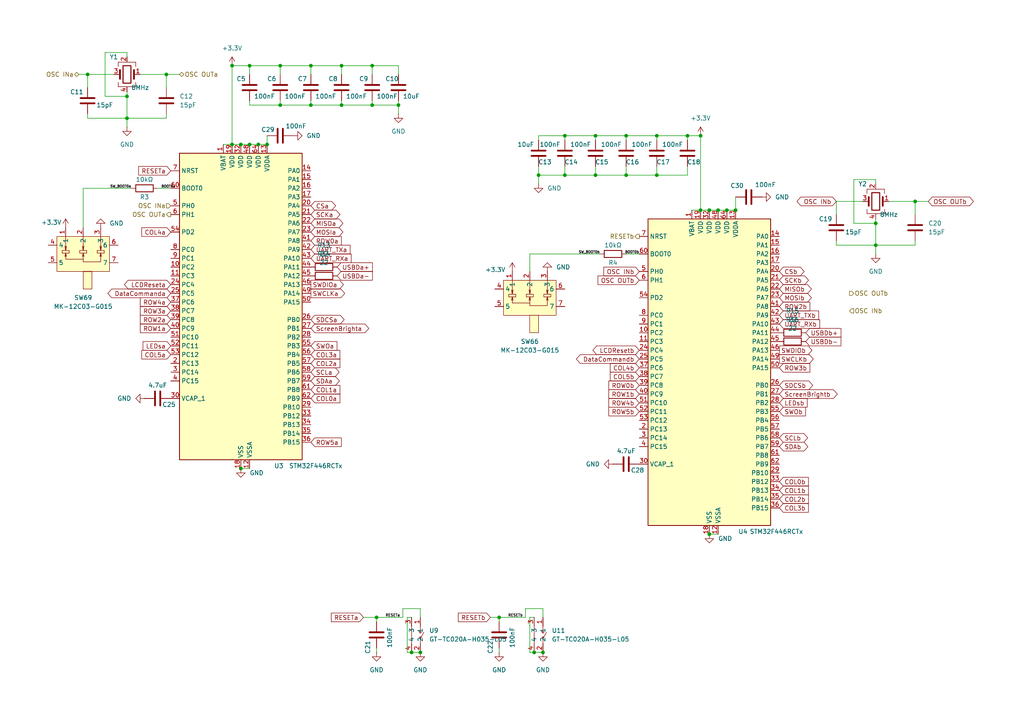
<source format=kicad_sch>
(kicad_sch (version 20250114) (generator "eeschema") (generator_version "9.0")
  (paper "A4")
  (title_block (title "STM32F10s"))
  (lib_symbols
    (symbol "Device:C" (pin_numbers (hide yes)) (pin_names (offset 0.254))
      (property "Reference" "C" (at 0.635 2.54 0))
      (property "Value" "C" (at 0.635 -2.54 0))
      (symbol "C_0_1"
        (polyline (pts (xy -2.032 0.762) (xy 2.032 0.762)) (stroke (width 0.508)))
        (polyline (pts (xy -2.032 -0.762) (xy 2.032 -0.762)) (stroke (width 0.508)))
      )
      (symbol "C_1_1"
        (pin passive line (at 0 3.81 270) (length 2.794) (name "~") (number "1"))
        (pin passive line (at 0 -3.81 90) (length 2.794) (name "~") (number "2"))
      )
    )
    (symbol "Device:Crystal_GND24" (pin_names (offset 1.016) (hide yes))
      (property "Reference" "Y" (at 3.175 5.08 0))
      (property "Value" "Crystal_GND24" (at 3.175 3.175 0))
      (symbol "Crystal_GND24_0_1"
        (polyline (pts (xy -2.54 2.286) (xy -2.54 3.556) (xy 2.54 3.556) (xy 2.54 2.286)))
        (polyline (pts (xy -2.54 0) (xy -2.032 0)))
        (polyline (pts (xy -2.54 -2.286) (xy -2.54 -3.556) (xy 2.54 -3.556) (xy 2.54 -2.286)))
        (polyline (pts (xy -2.032 -1.27) (xy -2.032 1.27)) (stroke (width 0.508)))
        (rectangle (start -1.143 2.54) (end 1.143 -2.54) (stroke (width 0.3048)))
        (polyline (pts (xy 0 3.556) (xy 0 3.81)))
        (polyline (pts (xy 0 -3.81) (xy 0 -3.556)))
        (polyline (pts (xy 2.032 0) (xy 2.54 0)))
        (polyline (pts (xy 2.032 -1.27) (xy 2.032 1.27)) (stroke (width 0.508)))
      )
      (symbol "Crystal_GND24_1_1"
        (pin passive line (at -3.81 0 0) (length 1.27) (name "1") (number "1"))
        (pin passive line (at 0 5.08 270) (length 1.27) (name "2") (number "2"))
        (pin passive line (at 0 -5.08 90) (length 1.27) (name "4") (number "4"))
        (pin passive line (at 3.81 0 180) (length 1.27) (name "3") (number "3"))
      )
    )
    (symbol "Device:R" (pin_numbers (hide yes)) (pin_names (offset 0))
      (property "Reference" "R" (at 2.032 0 90))
      (property "Value" "R" (at 0 0 90))
      (symbol "R_0_1"
        (rectangle (start -1.016 -2.54) (end 1.016 2.54) (stroke (width 0.254)))
      )
      (symbol "R_1_1"
        (pin passive line (at 0 3.81 270) (length 1.27) (name "~") (number "1"))
        (pin passive line (at 0 -3.81 90) (length 1.27) (name "~") (number "2"))
      )
    )
    (symbol "MCU_ST_STM32F4:STM32F446RCTx"
      (property "Reference" "U" (at -17.78 46.99 0))
      (property "Value" "STM32F446RCTx" (at 10.16 46.99 0))
      (symbol "STM32F446RCTx_0_1"
        (rectangle (start -17.78 -43.18) (end 17.78 45.72) (stroke (width 0.254)) (fill (type background)))
      )
      (symbol "STM32F446RCTx_1_1"
        (pin input line (at -20.32 40.64 0) (length 2.54) (name "NRST") (number "7"))
        (pin input line (at -20.32 35.56 0) (length 2.54) (name "BOOT0") (number "60"))
        (pin bidirectional line (at -20.32 30.48 0) (length 2.54) (name "PH0") (number "5"))
        (pin bidirectional line (at -20.32 27.94 0) (length 2.54) (name "PH1") (number "6"))
        (pin bidirectional line (at -20.32 22.86 0) (length 2.54) (name "PD2") (number "54"))
        (pin bidirectional line (at -20.32 17.78 0) (length 2.54) (name "PC0") (number "8"))
        (pin bidirectional line (at -20.32 15.24 0) (length 2.54) (name "PC1") (number "9"))
        (pin bidirectional line (at -20.32 12.7 0) (length 2.54) (name "PC2") (number "10"))
        (pin bidirectional line (at -20.32 10.16 0) (length 2.54) (name "PC3") (number "11"))
        (pin bidirectional line (at -20.32 7.62 0) (length 2.54) (name "PC4") (number "24"))
        (pin bidirectional line (at -20.32 5.08 0) (length 2.54) (name "PC5") (number "25"))
        (pin bidirectional line (at -20.32 2.54 0) (length 2.54) (name "PC6") (number "37"))
        (pin bidirectional line (at -20.32 0 0) (length 2.54) (name "PC7") (number "38"))
        (pin bidirectional line (at -20.32 -2.54 0) (length 2.54) (name "PC8") (number "39"))
        (pin bidirectional line (at -20.32 -5.08 0) (length 2.54) (name "PC9") (number "40"))
        (pin bidirectional line (at -20.32 -7.62 0) (length 2.54) (name "PC10") (number "51"))
        (pin bidirectional line (at -20.32 -10.16 0) (length 2.54) (name "PC11") (number "52"))
        (pin bidirectional line (at -20.32 -12.7 0) (length 2.54) (name "PC12") (number "53"))
        (pin bidirectional line (at -20.32 -15.24 0) (length 2.54) (name "PC13") (number "2"))
        (pin bidirectional line (at -20.32 -17.78 0) (length 2.54) (name "PC14") (number "3"))
        (pin bidirectional line (at -20.32 -20.32 0) (length 2.54) (name "PC15") (number "4"))
        (pin power_out line (at -20.32 -25.4 0) (length 2.54) (name "VCAP_1") (number "30"))
        (pin power_in line (at -5.08 48.26 270) (length 2.54) (name "VBAT") (number "1"))
        (pin power_in line (at -2.54 48.26 270) (length 2.54) (name "VDD") (number "19"))
        (pin power_in line (at 0 48.26 270) (length 2.54) (name "VDD") (number "32"))
        (pin power_in line (at 0 -45.72 90) (length 2.54) (name "VSS") (number "18"))
        (pin passive line (at 0 -45.72 90) (length 2.54) (hide yes) (name "VSS") (number "31"))
        (pin passive line (at 0 -45.72 90) (length 2.54) (hide yes) (name "VSS") (number "47"))
        (pin passive line (at 0 -45.72 90) (length 2.54) (hide yes) (name "VSS") (number "63"))
        (pin power_in line (at 2.54 48.26 270) (length 2.54) (name "VDD") (number "48"))
        (pin power_in line (at 2.54 -45.72 90) (length 2.54) (name "VSSA") (number "12"))
        (pin power_in line (at 5.08 48.26 270) (length 2.54) (name "VDD") (number "64"))
        (pin power_in line (at 7.62 48.26 270) (length 2.54) (name "VDDA") (number "13"))
        (pin bidirectional line (at 20.32 40.64 180) (length 2.54) (name "PA0") (number "14"))
        (pin bidirectional line (at 20.32 38.1 180) (length 2.54) (name "PA1") (number "15"))
        (pin bidirectional line (at 20.32 35.56 180) (length 2.54) (name "PA2") (number "16"))
        (pin bidirectional line (at 20.32 33.02 180) (length 2.54) (name "PA3") (number "17"))
        (pin bidirectional line (at 20.32 30.48 180) (length 2.54) (name "PA4") (number "20"))
        (pin bidirectional line (at 20.32 27.94 180) (length 2.54) (name "PA5") (number "21"))
        (pin bidirectional line (at 20.32 25.4 180) (length 2.54) (name "PA6") (number "22"))
        (pin bidirectional line (at 20.32 22.86 180) (length 2.54) (name "PA7") (number "23"))
        (pin bidirectional line (at 20.32 20.32 180) (length 2.54) (name "PA8") (number "41"))
        (pin bidirectional line (at 20.32 17.78 180) (length 2.54) (name "PA9") (number "42"))
        (pin bidirectional line (at 20.32 15.24 180) (length 2.54) (name "PA10") (number "43"))
        (pin bidirectional line (at 20.32 12.7 180) (length 2.54) (name "PA11") (number "44"))
        (pin bidirectional line (at 20.32 10.16 180) (length 2.54) (name "PA12") (number "45"))
        (pin bidirectional line (at 20.32 7.62 180) (length 2.54) (name "PA13") (number "46"))
        (pin bidirectional line (at 20.32 5.08 180) (length 2.54) (name "PA14") (number "49"))
        (pin bidirectional line (at 20.32 2.54 180) (length 2.54) (name "PA15") (number "50"))
        (pin bidirectional line (at 20.32 -2.54 180) (length 2.54) (name "PB0") (number "26"))
        (pin bidirectional line (at 20.32 -5.08 180) (length 2.54) (name "PB1") (number "27"))
        (pin bidirectional line (at 20.32 -7.62 180) (length 2.54) (name "PB2") (number "28"))
        (pin bidirectional line (at 20.32 -10.16 180) (length 2.54) (name "PB3") (number "55"))
        (pin bidirectional line (at 20.32 -12.7 180) (length 2.54) (name "PB4") (number "56"))
        (pin bidirectional line (at 20.32 -15.24 180) (length 2.54) (name "PB5") (number "57"))
        (pin bidirectional line (at 20.32 -17.78 180) (length 2.54) (name "PB6") (number "58"))
        (pin bidirectional line (at 20.32 -20.32 180) (length 2.54) (name "PB7") (number "59"))
        (pin bidirectional line (at 20.32 -22.86 180) (length 2.54) (name "PB8") (number "61"))
        (pin bidirectional line (at 20.32 -25.4 180) (length 2.54) (name "PB9") (number "62"))
        (pin bidirectional line (at 20.32 -27.94 180) (length 2.54) (name "PB10") (number "29"))
        (pin bidirectional line (at 20.32 -30.48 180) (length 2.54) (name "PB12") (number "33"))
        (pin bidirectional line (at 20.32 -33.02 180) (length 2.54) (name "PB13") (number "34"))
        (pin bidirectional line (at 20.32 -35.56 180) (length 2.54) (name "PB14") (number "35"))
        (pin bidirectional line (at 20.32 -38.1 180) (length 2.54) (name "PB15") (number "36"))
      )
    )
    (symbol "easyeda2kicad:GT-TC020A-H035-L05"
      (property "Reference" "U" (at 0 5.08 0))
      (property "Value" "GT-TC020A-H035-L05" (at 0 -7.62 0))
      (symbol "GT-TC020A-H035-L05_0_1"
        (polyline (pts (xy -2.54 0) (xy -1.52 0)))
        (polyline (pts (xy -1.52 0) (xy -0.76 0)))
        (circle (center -0.76 0) (radius 0.25))
        (circle (center 0.76 0) (radius 0.25))
        (polyline (pts (xy 1.02 0) (xy -0.76 1.02)))
        (polyline (pts (xy 2.54 0) (xy 0.76 0)))
        (polyline (pts (xy 2.54 -2.54) (xy -2.54 -2.54)))
        (pin unspecified line (at -5.08 0 0) (length 2.54) (name "1") (number "1"))
        (pin unspecified line (at -5.08 -2.54 0) (length 2.54) (name "3") (number "3"))
        (pin unspecified line (at 5.08 0 180) (length 2.54) (name "2") (number "2"))
        (pin unspecified line (at 5.08 -2.54 180) (length 2.54) (name "4") (number "4"))
      )
    )
    (symbol "easyeda2kicad:MK-12C03-G015"
      (property "Reference" "SW" (at 0 12.7 0))
      (property "Value" "MK-12C03-G015" (at 0 -7.62 0))
      (symbol "MK-12C03-G015_0_1"
        (rectangle (start -7.62 5.08) (end 7.62 -5.08) (fill (type background)))
        (rectangle (start -6.1 1.02) (end -4.06 0.25) (fill (type background)))
        (polyline (pts (xy -5.08 5.08) (xy -5.08 1.02) (xy -4.83 2.29)))
        (polyline (pts (xy -5.08 1.02) (xy -5.33 2.29)))
        (polyline (pts (xy -5.08 0.25) (xy -4.83 -0.76)))
        (rectangle (start -1.02 1.02) (end 1.02 0.25) (fill (type background)))
        (polyline (pts (xy 0 5.08) (xy 0 1.02) (xy 0.25 2.29)))
        (polyline (pts (xy 0 1.02) (xy -0.25 2.29)))
        (polyline (pts (xy 0 -1.52) (xy -5.08 -1.52) (xy -5.08 0) (xy -5.08 0.25) (xy -5.33 -0.76)))
        (rectangle (start 0 -5.08) (end 2.54 -10.16) (fill (type background)))
        (polyline (pts (xy 0.25 -0.76) (xy 0 0.25)))
        (rectangle (start 4.06 1.02) (end 6.1 0.25) (fill (type background)))
        (polyline (pts (xy 5.08 5.08) (xy 5.08 1.02) (xy 5.33 2.29)))
        (polyline (pts (xy 5.08 1.02) (xy 4.83 2.29)))
        (polyline (pts (xy 5.08 0.25) (xy 4.83 -0.76)))
        (polyline (pts (xy 5.08 0.25) (xy 5.33 -0.76)))
        (polyline (pts (xy 5.08 0.25) (xy 5.08 -2.29) (xy 0 -2.29) (xy 0 0.25) (xy -0.25 -0.76)))
        (pin unspecified line (at -10.16 2.54 0) (length 2.54) (name "4") (number "4"))
        (pin unspecified line (at -10.16 -2.54 0) (length 2.54) (name "5") (number "5"))
        (pin unspecified line (at -5.08 7.62 270) (length 2.54) (name "1") (number "1"))
        (pin unspecified line (at 0 7.62 270) (length 2.54) (name "2") (number "2"))
        (pin unspecified line (at 5.08 7.62 270) (length 2.54) (name "3") (number "3"))
        (pin unspecified line (at 10.16 2.54 180) (length 2.54) (name "6") (number "6"))
        (pin unspecified line (at 10.16 -2.54 180) (length 2.54) (name "7") (number "7"))
      )
    )
    (symbol "power:+3.3V" (power) (pin_numbers (hide yes)) (pin_names (offset 0) (hide yes))
      (property "Value" "+3.3V" (at 0 3.556 0))
      (symbol "+3.3V_0_1"
        (polyline (pts (xy -0.762 1.27) (xy 0 2.54)))
        (polyline (pts (xy 0 2.54) (xy 0.762 1.27)))
        (polyline (pts (xy 0 0) (xy 0 2.54)))
      )
      (symbol "+3.3V_1_1"
        (pin power_in line (at 0 0 90) (length 0) (name "~") (number "1"))
      )
    )
    (symbol "power:GND" (power) (pin_numbers (hide yes)) (pin_names (offset 0) (hide yes))
      (property "Value" "GND" (at 0 -3.81 0))
      (symbol "GND_0_1"
        (polyline (pts (xy 0 0) (xy 0 -1.27) (xy 1.27 -1.27) (xy 0 -2.54) (xy -1.27 -1.27) (xy 0 -1.27)))
      )
      (symbol "GND_1_1"
        (pin power_in line (at 0 0 270) (length 0) (name "~") (number "1"))
      )
    )
  )
  (junction (at 74.93 41.91))
  (junction (at 205.74 154.94))
  (junction (at 119.38 189.23))
  (junction (at 81.28 30.48))
  (junction (at 254 71.12))
  (junction (at 163.83 50.8))
  (junction (at 48.26 21.59))
  (junction (at 67.31 41.91))
  (junction (at 90.17 30.48))
  (junction (at 254 64.77))
  (junction (at 190.5 50.8))
  (junction (at 208.28 60.96))
  (junction (at 205.74 60.96))
  (junction (at 199.39 39.37))
  (junction (at 181.61 39.37))
  (junction (at 107.95 19.05))
  (junction (at 190.5 39.37))
  (junction (at 90.17 19.05))
  (junction (at 265.43 58.42))
  (junction (at 69.85 41.91))
  (junction (at 154.94 189.23))
  (junction (at 25.4 21.59))
  (junction (at 99.06 19.05))
  (junction (at 72.39 19.05))
  (junction (at 203.2 60.96))
  (junction (at 203.2 39.37))
  (junction (at 99.06 30.48))
  (junction (at 157.48 189.23))
  (junction (at 172.72 50.8))
  (junction (at 81.28 19.05))
  (junction (at 213.36 60.96))
  (junction (at 163.83 39.37))
  (junction (at 77.47 41.91))
  (junction (at 36.83 34.29))
  (junction (at 107.95 30.48))
  (junction (at 156.21 50.8))
  (junction (at 210.82 60.96))
  (junction (at 144.78 179.07))
  (junction (at 67.31 19.05))
  (junction (at 109.22 179.07))
  (junction (at 172.72 39.37))
  (junction (at 69.85 135.89))
  (junction (at 72.39 41.91))
  (junction (at 181.61 50.8))
  (junction (at 121.92 189.23))
  (junction (at 115.57 30.48))
  (junction (at 36.83 27.94))
  (wire (pts (xy 172.72 50.8) (xy 163.83 50.8)))
  (wire (pts (xy 49.53 54.61) (xy 45.72 54.61)))
  (wire (pts (xy 72.39 21.59) (xy 72.39 19.05)))
  (wire (pts (xy 156.21 50.8) (xy 156.21 53.34)))
  (wire (pts (xy 81.28 29.21) (xy 81.28 30.48)))
  (wire (pts (xy 208.28 60.96) (xy 210.82 60.96)))
  (wire (pts (xy 203.2 60.96) (xy 205.74 60.96)))
  (wire (pts (xy 265.43 58.42) (xy 269.24 58.42)))
  (wire (pts (xy 121.92 176.53) (xy 121.92 179.07)))
  (wire (pts (xy 77.47 39.37) (xy 77.47 41.91)))
  (wire (pts (xy 48.26 34.29) (xy 48.26 33.02)))
  (wire (pts (xy 181.61 39.37) (xy 172.72 39.37)))
  (wire (pts (xy 242.57 58.42) (xy 250.19 58.42)))
  (wire (pts (xy 99.06 29.21) (xy 99.06 30.48)))
  (wire (pts (xy 265.43 71.12) (xy 265.43 69.85)))
  (wire (pts (xy 199.39 48.26) (xy 199.39 50.8)))
  (wire (pts (xy 163.83 50.8) (xy 156.21 50.8)))
  (wire (pts (xy 115.57 29.21) (xy 115.57 30.48)))
  (wire (pts (xy 190.5 39.37) (xy 181.61 39.37)))
  (wire (pts (xy 116.84 176.53) (xy 121.92 176.53)))
  (wire (pts (xy 67.31 41.91) (xy 69.85 41.91)))
  (wire (pts (xy 72.39 29.21) (xy 72.39 30.48)))
  (wire (pts (xy 257.81 58.42) (xy 265.43 58.42)))
  (wire (pts (xy 247.65 52.07) (xy 247.65 64.77)))
  (wire (pts (xy 25.4 21.59) (xy 33.02 21.59)))
  (wire (pts (xy 205.74 60.96) (xy 208.28 60.96)))
  (wire (pts (xy 67.31 19.05) (xy 72.39 19.05)))
  (wire (pts (xy 118.11 179.07) (xy 118.11 189.23)))
  (wire (pts (xy 119.38 179.07) (xy 118.11 179.07)))
  (wire (pts (xy 242.57 71.12) (xy 254 71.12)))
  (wire (pts (xy 90.17 21.59) (xy 90.17 19.05)))
  (wire (pts (xy 36.83 34.29) (xy 48.26 34.29)))
  (wire (pts (xy 25.4 21.59) (xy 25.4 25.4)))
  (wire (pts (xy 24.13 54.61) (xy 38.1 54.61)))
  (wire (pts (xy 105.41 179.07) (xy 109.22 179.07)))
  (wire (pts (xy 81.28 19.05) (xy 90.17 19.05)))
  (wire (pts (xy 242.57 58.42) (xy 242.57 62.23)))
  (wire (pts (xy 190.5 50.8) (xy 181.61 50.8)))
  (wire (pts (xy 36.83 27.94) (xy 36.83 34.29)))
  (wire (pts (xy 90.17 29.21) (xy 90.17 30.48)))
  (wire (pts (xy 81.28 30.48) (xy 90.17 30.48)))
  (wire (pts (xy 172.72 40.64) (xy 172.72 39.37)))
  (wire (pts (xy 36.83 15.24) (xy 36.83 16.51)))
  (wire (pts (xy 116.84 179.07) (xy 116.84 176.53)))
  (wire (pts (xy 203.2 39.37) (xy 203.2 60.96)))
  (wire (pts (xy 30.48 15.24) (xy 30.48 27.94)))
  (wire (pts (xy 205.74 154.94) (xy 208.28 154.94)))
  (wire (pts (xy 36.83 36.83) (xy 36.83 34.29)))
  (wire (pts (xy 153.67 179.07) (xy 153.67 189.23)))
  (wire (pts (xy 90.17 30.48) (xy 99.06 30.48)))
  (wire (pts (xy 157.48 176.53) (xy 157.48 179.07)))
  (wire (pts (xy 40.64 21.59) (xy 48.26 21.59)))
  (wire (pts (xy 72.39 19.05) (xy 81.28 19.05)))
  (wire (pts (xy 242.57 71.12) (xy 242.57 69.85)))
  (wire (pts (xy 254 64.77) (xy 254 71.12)))
  (wire (pts (xy 30.48 15.24) (xy 36.83 15.24)))
  (wire (pts (xy 199.39 39.37) (xy 203.2 39.37)))
  (wire (pts (xy 163.83 39.37) (xy 156.21 39.37)))
  (wire (pts (xy 254 52.07) (xy 254 53.34)))
  (wire (pts (xy 254 71.12) (xy 265.43 71.12)))
  (wire (pts (xy 156.21 40.64) (xy 156.21 39.37)))
  (wire (pts (xy 200.66 60.96) (xy 203.2 60.96)))
  (wire (pts (xy 69.85 41.91) (xy 72.39 41.91)))
  (wire (pts (xy 163.83 50.8) (xy 163.83 48.26)))
  (wire (pts (xy 48.26 21.59) (xy 48.26 25.4)))
  (wire (pts (xy 115.57 33.02) (xy 115.57 30.48)))
  (wire (pts (xy 30.48 27.94) (xy 36.83 27.94)))
  (wire (pts (xy 24.13 54.61) (xy 24.13 66.04)))
  (wire (pts (xy 99.06 21.59) (xy 99.06 19.05)))
  (wire (pts (xy 190.5 40.64) (xy 190.5 39.37)))
  (wire (pts (xy 144.78 179.07) (xy 152.4 179.07)))
  (wire (pts (xy 153.67 189.23) (xy 154.94 189.23)))
  (wire (pts (xy 190.5 39.37) (xy 199.39 39.37)))
  (wire (pts (xy 25.4 34.29) (xy 36.83 34.29)))
  (wire (pts (xy 142.24 179.07) (xy 144.78 179.07)))
  (wire (pts (xy 154.94 179.07) (xy 153.67 179.07)))
  (wire (pts (xy 247.65 52.07) (xy 254 52.07)))
  (wire (pts (xy 22.86 21.59) (xy 25.4 21.59)))
  (wire (pts (xy 67.31 19.05) (xy 67.31 41.91)))
  (wire (pts (xy 181.61 40.64) (xy 181.61 39.37)))
  (wire (pts (xy 64.77 41.91) (xy 67.31 41.91)))
  (wire (pts (xy 153.67 73.66) (xy 153.67 78.74)))
  (wire (pts (xy 265.43 58.42) (xy 265.43 62.23)))
  (wire (pts (xy 90.17 19.05) (xy 99.06 19.05)))
  (wire (pts (xy 199.39 50.8) (xy 190.5 50.8)))
  (wire (pts (xy 144.78 187.96) (xy 144.78 189.23)))
  (wire (pts (xy 72.39 30.48) (xy 81.28 30.48)))
  (wire (pts (xy 152.4 176.53) (xy 157.48 176.53)))
  (wire (pts (xy 144.78 180.34) (xy 144.78 179.07)))
  (wire (pts (xy 247.65 64.77) (xy 254 64.77)))
  (wire (pts (xy 99.06 30.48) (xy 107.95 30.48)))
  (wire (pts (xy 118.11 189.23) (xy 119.38 189.23)))
  (wire (pts (xy 107.95 19.05) (xy 107.95 21.59)))
  (wire (pts (xy 25.4 34.29) (xy 25.4 33.02)))
  (wire (pts (xy 109.22 179.07) (xy 116.84 179.07)))
  (wire (pts (xy 81.28 21.59) (xy 81.28 19.05)))
  (wire (pts (xy 185.42 73.66) (xy 181.61 73.66)))
  (wire (pts (xy 181.61 50.8) (xy 172.72 50.8)))
  (wire (pts (xy 119.38 189.23) (xy 121.92 189.23)))
  (wire (pts (xy 254 64.77) (xy 254 63.5)))
  (wire (pts (xy 48.26 21.59) (xy 52.07 21.59)))
  (wire (pts (xy 254 73.66) (xy 254 71.12)))
  (wire (pts (xy 74.93 41.91) (xy 77.47 41.91)))
  (wire (pts (xy 72.39 41.91) (xy 74.93 41.91)))
  (wire (pts (xy 154.94 189.23) (xy 157.48 189.23)))
  (wire (pts (xy 99.06 19.05) (xy 107.95 19.05)))
  (wire (pts (xy 190.5 48.26) (xy 190.5 50.8)))
  (wire (pts (xy 107.95 29.21) (xy 107.95 30.48)))
  (wire (pts (xy 156.21 50.8) (xy 156.21 48.26)))
  (wire (pts (xy 107.95 30.48) (xy 115.57 30.48)))
  (wire (pts (xy 72.39 135.89) (xy 69.85 135.89)))
  (wire (pts (xy 163.83 40.64) (xy 163.83 39.37)))
  (wire (pts (xy 172.72 39.37) (xy 163.83 39.37)))
  (wire (pts (xy 213.36 57.15) (xy 213.36 60.96)))
  (wire (pts (xy 115.57 19.05) (xy 115.57 21.59)))
  (wire (pts (xy 152.4 179.07) (xy 152.4 176.53)))
  (wire (pts (xy 172.72 48.26) (xy 172.72 50.8)))
  (wire (pts (xy 109.22 187.96) (xy 109.22 189.23)))
  (wire (pts (xy 107.95 19.05) (xy 115.57 19.05)))
  (wire (pts (xy 36.83 27.94) (xy 36.83 26.67)))
  (wire (pts (xy 210.82 60.96) (xy 213.36 60.96)))
  (wire (pts (xy 199.39 39.37) (xy 199.39 40.64)))
  (wire (pts (xy 181.61 48.26) (xy 181.61 50.8)))
  (wire (pts (xy 109.22 180.34) (xy 109.22 179.07)))
  (wire (pts (xy 153.67 73.66) (xy 173.99 73.66)))
  (label "BOOT0a" (at 46.736 54.61 0) (effects (font (size 0.7 0.7))))
  (label "RESETa" (at 111.76 179.07 0) (effects (font (size 0.762 0.762))))
  (label "SW_BOOT0b" (at 173.99 73.66 180) (effects (font (size 0.7 0.7))))
  (label "RESETb" (at 147.32 179.07 0) (effects (font (size 0.762 0.762))))
  (label "BOOT0b" (at 185.42 73.66 180) (effects (font (size 0.7 0.7))))
  (label "SW_BOOT0a" (at 38.1 54.61 180) (effects (font (size 0.7 0.7))))
  (global_label "SCLb" (shape bidirectional) (at 226.06 127 0) (property "Intersheetrefs" "${INTERSHEET_REFS}" (effects (hide yes))))
  (global_label "RESETa" (shape input) (at 105.41 179.07 180) (property "Intersheetrefs" "${INTERSHEET_REFS}" (effects (hide yes))))
  (global_label "COL1a" (shape input) (at 90.17 113.03 0) (property "Intersheetrefs" "${INTERSHEET_REFS}" (effects (hide yes))))
  (global_label "SWDIOa" (shape output) (at 90.17 82.55 0) (property "Intersheetrefs" "${INTERSHEET_REFS}" (effects (hide yes))))
  (global_label "MOSIa" (shape bidirectional) (at 90.17 67.31 0) (property "Intersheetrefs" "${INTERSHEET_REFS}" (effects (hide yes))))
  (global_label "SWOb" (shape input) (at 226.06 119.38 0) (property "Intersheetrefs" "${INTERSHEET_REFS}" (effects (hide yes))))
  (global_label "RESETa" (shape input) (at 49.53 49.53 180) (property "Intersheetrefs" "${INTERSHEET_REFS}" (effects (hide yes))))
  (global_label "COL0b" (shape input) (at 226.06 139.7 0) (property "Intersheetrefs" "${INTERSHEET_REFS}" (effects (hide yes))))
  (global_label "ROW3b" (shape input) (at 226.06 106.68 0) (property "Intersheetrefs" "${INTERSHEET_REFS}" (effects (hide yes))))
  (global_label "COL5a" (shape input) (at 49.53 102.87 180) (property "Intersheetrefs" "${INTERSHEET_REFS}" (effects (hide yes))))
  (global_label "LCDReseta" (shape bidirectional) (at 49.53 82.55 180) (property "Intersheetrefs" "${INTERSHEET_REFS}" (effects (hide yes))))
  (global_label "ROW2a" (shape input) (at 49.53 92.71 180) (property "Intersheetrefs" "${INTERSHEET_REFS}" (effects (hide yes))))
  (global_label "UART_TXa" (shape input) (at 90.17 72.39 0) (property "Intersheetrefs" "${INTERSHEET_REFS}" (effects (hide yes))))
  (global_label "LEDsa" (shape input) (at 49.53 100.33 180) (property "Intersheetrefs" "${INTERSHEET_REFS}" (effects (hide yes))))
  (global_label "DataCommandb" (shape bidirectional) (at 185.42 104.14 180) (property "Intersheetrefs" "${INTERSHEET_REFS}" (effects (hide yes))))
  (global_label "MOSIb" (shape bidirectional) (at 226.06 86.36 0) (property "Intersheetrefs" "${INTERSHEET_REFS}" (effects (hide yes))))
  (global_label "SWCLKa" (shape output) (at 90.17 85.09 0) (property "Intersheetrefs" "${INTERSHEET_REFS}" (effects (hide yes))))
  (global_label "COL5b" (shape input) (at 185.42 109.22 180) (property "Intersheetrefs" "${INTERSHEET_REFS}" (effects (hide yes))))
  (global_label "USBDa-" (shape input) (at 97.79 80.01 0) (property "Intersheetrefs" "${INTERSHEET_REFS}" (effects (hide yes))))
  (global_label "UART_RXb" (shape input) (at 226.06 93.98 0) (property "Intersheetrefs" "${INTERSHEET_REFS}" (effects (hide yes))))
  (global_label "SDAb" (shape bidirectional) (at 226.06 129.54 0) (property "Intersheetrefs" "${INTERSHEET_REFS}" (effects (hide yes))))
  (global_label "OSC INb" (shape input) (at 185.42 78.74 180) (property "Intersheetrefs" "${INTERSHEET_REFS}" (effects (hide yes))))
  (global_label "COL3a" (shape input) (at 90.17 102.87 0) (property "Intersheetrefs" "${INTERSHEET_REFS}" (effects (hide yes))))
  (global_label "OSC INb" (shape bidirectional) (at 242.57 58.42 180) (property "Intersheetrefs" "${INTERSHEET_REFS}" (effects (hide yes))))
  (global_label "USBDa+" (shape input) (at 97.79 77.47 0) (property "Intersheetrefs" "${INTERSHEET_REFS}" (effects (hide yes))))
  (global_label "OSC OUTb" (shape input) (at 185.42 81.28 180) (property "Intersheetrefs" "${INTERSHEET_REFS}" (effects (hide yes))))
  (global_label "UART_RXa" (shape input) (at 90.17 74.93 0) (property "Intersheetrefs" "${INTERSHEET_REFS}" (effects (hide yes))))
  (global_label "DataCommanda" (shape bidirectional) (at 49.53 85.09 180) (property "Intersheetrefs" "${INTERSHEET_REFS}" (effects (hide yes))))
  (global_label "SDCSb" (shape bidirectional) (at 226.06 111.76 0) (property "Intersheetrefs" "${INTERSHEET_REFS}" (effects (hide yes))))
  (global_label "ROW5b" (shape input) (at 185.42 119.38 180) (property "Intersheetrefs" "${INTERSHEET_REFS}" (effects (hide yes))))
  (global_label "SWCLKb" (shape output) (at 226.06 104.14 0) (property "Intersheetrefs" "${INTERSHEET_REFS}" (effects (hide yes))))
  (global_label "SCKa" (shape bidirectional) (at 90.17 62.23 0) (property "Intersheetrefs" "${INTERSHEET_REFS}" (effects (hide yes))))
  (global_label "UART_TXb" (shape input) (at 226.06 91.44 0) (property "Intersheetrefs" "${INTERSHEET_REFS}" (effects (hide yes))))
  (global_label "SWDIOb" (shape output) (at 226.06 101.6 0) (property "Intersheetrefs" "${INTERSHEET_REFS}" (effects (hide yes))))
  (global_label "USBDb-" (shape input) (at 233.68 99.06 0) (property "Intersheetrefs" "${INTERSHEET_REFS}" (effects (hide yes))))
  (global_label "CSb" (shape bidirectional) (at 226.06 78.74 0) (property "Intersheetrefs" "${INTERSHEET_REFS}" (effects (hide yes))))
  (global_label "ROW0a" (shape input) (at 90.17 69.85 0) (property "Intersheetrefs" "${INTERSHEET_REFS}" (effects (hide yes))))
  (global_label "LEDsb" (shape input) (at 226.06 116.84 0) (property "Intersheetrefs" "${INTERSHEET_REFS}" (effects (hide yes))))
  (global_label "SCLa" (shape bidirectional) (at 90.17 107.95 0) (property "Intersheetrefs" "${INTERSHEET_REFS}" (effects (hide yes))))
  (global_label "ROW1b" (shape input) (at 185.42 114.3 180) (property "Intersheetrefs" "${INTERSHEET_REFS}" (effects (hide yes))))
  (global_label "SCKb" (shape bidirectional) (at 226.06 81.28 0) (property "Intersheetrefs" "${INTERSHEET_REFS}" (effects (hide yes))))
  (global_label "ROW1a" (shape input) (at 49.53 95.25 180) (property "Intersheetrefs" "${INTERSHEET_REFS}" (effects (hide yes))))
  (global_label "MISOa" (shape bidirectional) (at 90.17 64.77 0) (property "Intersheetrefs" "${INTERSHEET_REFS}" (effects (hide yes))))
  (global_label "ScreenBrightb" (shape bidirectional) (at 226.06 114.3 0) (property "Intersheetrefs" "${INTERSHEET_REFS}" (effects (hide yes))))
  (global_label "COL4b" (shape input) (at 185.42 106.68 180) (property "Intersheetrefs" "${INTERSHEET_REFS}" (effects (hide yes))))
  (global_label "OSC OUTb" (shape bidirectional) (at 269.24 58.42 0) (property "Intersheetrefs" "${INTERSHEET_REFS}" (effects (hide yes))))
  (global_label "USBDb+" (shape input) (at 233.68 96.52 0) (property "Intersheetrefs" "${INTERSHEET_REFS}" (effects (hide yes))))
  (global_label "SDCSa" (shape bidirectional) (at 90.17 92.71 0) (property "Intersheetrefs" "${INTERSHEET_REFS}" (effects (hide yes))))
  (global_label "ROW5a" (shape input) (at 90.17 128.27 0) (property "Intersheetrefs" "${INTERSHEET_REFS}" (effects (hide yes))))
  (global_label "CSa" (shape bidirectional) (at 90.17 59.69 0) (property "Intersheetrefs" "${INTERSHEET_REFS}" (effects (hide yes))))
  (global_label "MISOb" (shape bidirectional) (at 226.06 83.82 0) (property "Intersheetrefs" "${INTERSHEET_REFS}" (effects (hide yes))))
  (global_label "COL3b" (shape input) (at 226.06 147.32 0) (property "Intersheetrefs" "${INTERSHEET_REFS}" (effects (hide yes))))
  (global_label "SWOa" (shape input) (at 90.17 100.33 0) (property "Intersheetrefs" "${INTERSHEET_REFS}" (effects (hide yes))))
  (global_label "ROW3a" (shape input) (at 49.53 90.17 180) (property "Intersheetrefs" "${INTERSHEET_REFS}" (effects (hide yes))))
  (global_label "ROW0b" (shape input) (at 185.42 111.76 180) (property "Intersheetrefs" "${INTERSHEET_REFS}" (effects (hide yes))))
  (global_label "RESETb" (shape input) (at 142.24 179.07 180) (property "Intersheetrefs" "${INTERSHEET_REFS}" (effects (hide yes))))
  (global_label "COL0a" (shape input) (at 90.17 115.57 0) (property "Intersheetrefs" "${INTERSHEET_REFS}" (effects (hide yes))))
  (global_label "LCDResetb" (shape bidirectional) (at 185.42 101.6 180) (property "Intersheetrefs" "${INTERSHEET_REFS}" (effects (hide yes))))
  (global_label "COL1b" (shape input) (at 226.06 142.24 0) (property "Intersheetrefs" "${INTERSHEET_REFS}" (effects (hide yes))))
  (global_label "COL4a" (shape input) (at 49.53 67.31 180) (property "Intersheetrefs" "${INTERSHEET_REFS}" (effects (hide yes))))
  (global_label "ScreenBrighta" (shape bidirectional) (at 90.17 95.25 0) (property "Intersheetrefs" "${INTERSHEET_REFS}" (effects (hide yes))))
  (global_label "ROW4a" (shape input) (at 49.53 87.63 180) (property "Intersheetrefs" "${INTERSHEET_REFS}" (effects (hide yes))))
  (global_label "COL2b" (shape input) (at 226.06 144.78 0) (property "Intersheetrefs" "${INTERSHEET_REFS}" (effects (hide yes))))
  (global_label "ROW2b" (shape input) (at 226.06 88.9 0) (property "Intersheetrefs" "${INTERSHEET_REFS}" (effects (hide yes))))
  (global_label "SDAa" (shape bidirectional) (at 90.17 110.49 0) (property "Intersheetrefs" "${INTERSHEET_REFS}" (effects (hide yes))))
  (global_label "ROW4b" (shape input) (at 185.42 116.84 180) (property "Intersheetrefs" "${INTERSHEET_REFS}" (effects (hide yes))))
  (global_label "COL2a" (shape input) (at 90.17 105.41 0) (property "Intersheetrefs" "${INTERSHEET_REFS}" (effects (hide yes))))
  (hierarchical_label "OSC OUTa" (shape bidirectional) (at 52.07 21.59 0))
  (hierarchical_label "OSC INa" (shape bidirectional) (at 22.86 21.59 180))
  (hierarchical_label "OSC INb" (shape input) (at 246.38 90.17 0))
  (hierarchical_label "OSC OUTa" (shape output) (at 49.53 62.23 180))
  (hierarchical_label "OSC INa" (shape input) (at 49.53 59.69 180))
  (hierarchical_label "OSC OUTb" (shape output) (at 246.38 85.09 0))
  (hierarchical_label "RESETb" (shape output) (at 185.42 68.58 180))
  (symbol (lib_id "power:GND") (at 69.85 135.89 0) (unit 1)
    (property "Reference" "#PWR035" (effects (hide yes)))
    (property "Value" "GND" (at 72.39 137.1599 0) (effects (justify left)))
    (property "Description" "Power symbol creates a global label with name \"GND\" , ground" (effects (hide yes)))
  )
  (symbol (lib_id "Device:R") (at 229.87 96.52 90) (unit 1)
    (property "Reference" "R15" (at 229.87 90.17 90))
    (property "Value" "22" (at 229.87 92.71 90))
    (property "Footprint" "Resistor_SMD:R_0402_1005Metric" (effects (hide yes)))
    (property "Description" "Resistor" (effects (hide yes)))
    (property "LCSC" "C2906914" (effects (hide yes)))
  )
  (symbol (lib_id "power:GND") (at 29.21 66.04 180) (unit 1)
    (property "Reference" "#PWR029" (effects (hide yes)))
    (property "Value" "GND" (at 31.75 64.7699 0) (effects (justify right)))
    (property "Description" "Power symbol creates a global label with name \"GND\" , ground" (effects (hide yes)))
  )
  (symbol (lib_id "easyeda2kicad:GT-TC020A-H035-L05") (at 157.48 184.15 270) (unit 1)
    (property "Reference" "U11" (at 160.02 182.8799 90) (effects (justify left)))
    (property "Value" "GT-TC020A-H035-L05" (at 160.02 185.4199 90) (effects (justify left)))
    (property "Footprint" "easyeda2kicad:SW-SMD_GT-TC020B-H035-L05" (effects (hide yes)))
    (property "LCSC Part" "C17179533" (effects (hide yes)))
  )
  (symbol (lib_id "power:GND") (at 157.48 189.23 0) (unit 1)
    (property "Reference" "#PWR040" (effects (hide yes)))
    (property "Value" "GND" (at 157.48 194.31 0))
    (property "Description" "Power symbol creates a global label with name \"GND\" , ground" (effects (hide yes)))
  )
  (symbol (lib_id "Device:R") (at 177.8 73.66 270) (unit 1)
    (property "Reference" "R4" (at 177.8 76.2 90))
    (property "Value" "10kΩ" (at 177.8 71.12 90))
    (property "Footprint" "Resistor_SMD:R_0805_2012Metric" (effects (hide yes)))
    (property "LCSC" "C84376" (effects (hide yes)))
    (property "LCSC Part" "C84376" (effects (hide yes)))
  )
  (symbol (lib_id "power:GND") (at 156.21 53.34 0) (unit 1)
    (property "Reference" "#PWR030" (effects (hide yes)))
    (property "Value" "GND" (at 158.75 54.6099 0) (effects (justify left)))
    (property "Description" "Power symbol creates a global label with name \"GND\" , ground" (effects (hide yes)))
  )
  (symbol (lib_id "power:GND") (at 85.09 39.37 90) (unit 1)
    (property "Reference" "#PWR0181" (effects (hide yes)))
    (property "Value" "GND" (at 88.9 39.3699 90) (effects (justify right)))
    (property "Description" "Power symbol creates a global label with name \"GND\" , ground" (effects (hide yes)))
  )
  (symbol (lib_id "Device:C") (at 163.83 44.45 180) (unit 1)
    (property "Reference" "C14" (at 167.64 46.99 0) (effects (justify left)))
    (property "Value" "100nF" (at 162.56 41.91 0) (effects (justify left)))
    (property "Footprint" "Capacitor_SMD:C_0805_2012Metric" (effects (hide yes)))
    (property "LCSC" "C48579599" (effects (hide yes)))
    (property "LCSC Part" "C48579599" (effects (hide yes)))
  )
  (symbol (lib_id "power:GND") (at 158.75 78.74 180) (unit 1)
    (property "Reference" "#PWR032" (effects (hide yes)))
    (property "Value" "GND" (at 161.29 77.4699 0) (effects (justify right)))
    (property "Description" "Power symbol creates a global label with name \"GND\" , ground" (effects (hide yes)))
  )
  (symbol (lib_id "power:GND") (at 41.91 115.57 270) (unit 1)
    (property "Reference" "#PWR0107" (effects (hide yes)))
    (property "Value" "GND" (at 38.1 115.5699 90) (effects (justify right)))
    (property "Description" "Power symbol creates a global label with name \"GND\" , ground" (effects (hide yes)))
  )
  (symbol (lib_id "easyeda2kicad:MK-12C03-G015") (at 153.67 86.36 0) (unit 1)
    (property "Reference" "SW66" (at 153.67 99.06 0))
    (property "Value" "MK-12C03-G015" (at 153.67 101.6 0))
    (property "Footprint" "easyeda2kicad:SW-SMD_MK-12C03-G015" (effects (hide yes)))
    (property "LCSC Part" "C2890358" (effects (hide yes)))
    (property "LCSC" "C2890358" (effects (hide yes)))
  )
  (symbol (lib_id "Device:C") (at 115.57 25.4 0) (unit 1)
    (property "Reference" "C10" (at 111.76 22.86 0) (effects (justify left)))
    (property "Value" "10uF" (at 116.84 27.94 0) (effects (justify left)))
    (property "Footprint" "Capacitor_SMD:C_1206_3216Metric" (effects (hide yes)))
    (property "LCSC" "C13585" (effects (hide yes)))
    (property "LCSC Part" "C13585" (effects (hide yes)))
  )
  (symbol (lib_id "Device:C") (at 109.22 184.15 180) (unit 1)
    (property "Reference" "C21" (at 106.68 187.706 90))
    (property "Value" "100nF" (at 113.03 184.912 90))
    (property "Footprint" "Capacitor_SMD:C_0805_2012Metric" (effects (hide yes)))
    (property "LCSC" "C48579599" (effects (hide yes)))
    (property "LCSC Part" "C48579599" (effects (hide yes)))
  )
  (symbol (lib_id "Device:C") (at 217.17 57.15 270) (unit 1)
    (property "Reference" "C30" (at 211.836 53.848 90) (effects (justify left)))
    (property "Value" "100nF" (at 218.948 53.594 90) (effects (justify left)))
    (property "Footprint" "Capacitor_SMD:C_0805_2012Metric" (effects (hide yes)))
    (property "LCSC" "C48579599" (effects (hide yes)))
    (property "LCSC Part" "C48579599" (effects (hide yes)))
  )
  (symbol (lib_id "Device:R") (at 41.91 54.61 270) (unit 1)
    (property "Reference" "R3" (at 41.91 57.15 90))
    (property "Value" "10kΩ" (at 41.91 52.07 90))
    (property "Footprint" "Resistor_SMD:R_0805_2012Metric" (effects (hide yes)))
    (property "LCSC" "C84376" (effects (hide yes)))
    (property "LCSC Part" "C84376" (effects (hide yes)))
  )
  (symbol (lib_id "power:+3.3V") (at 67.31 19.05 0) (unit 1)
    (property "Reference" "#PWR025" (effects (hide yes)))
    (property "Value" "+3.3V" (at 67.31 13.97 0))
    (property "Description" "Power symbol creates a global label with name \"+3.3V\"" (effects (hide yes)))
  )
  (symbol (lib_id "Device:C") (at 72.39 25.4 0) (unit 1)
    (property "Reference" "C5" (at 68.58 22.86 0) (effects (justify left)))
    (property "Value" "100nF" (at 73.66 27.94 0) (effects (justify left)))
    (property "Footprint" "Capacitor_SMD:C_0805_2012Metric" (effects (hide yes)))
    (property "LCSC" "C48579599" (effects (hide yes)))
    (property "LCSC Part" "C48579599" (effects (hide yes)))
  )
  (symbol (lib_id "Device:C") (at 190.5 44.45 180) (unit 1)
    (property "Reference" "C17" (at 194.31 46.99 0) (effects (justify left)))
    (property "Value" "100nF" (at 189.23 41.91 0) (effects (justify left)))
    (property "Footprint" "Capacitor_SMD:C_0805_2012Metric" (effects (hide yes)))
    (property "LCSC" "C48579599" (effects (hide yes)))
    (property "LCSC Part" "C48579599" (effects (hide yes)))
  )
  (symbol (lib_id "power:GND") (at 115.57 33.02 0) (unit 1)
    (property "Reference" "#PWR026" (effects (hide yes)))
    (property "Value" "GND" (at 115.57 38.1 0))
    (property "Description" "Power symbol creates a global label with name \"GND\" , ground" (effects (hide yes)))
  )
  (symbol (lib_id "Device:R") (at 93.98 80.01 90) (unit 1)
    (property "Reference" "R14" (at 93.98 73.66 90))
    (property "Value" "22" (at 93.98 76.2 90))
    (property "Footprint" "Resistor_SMD:R_0402_1005Metric" (effects (hide yes)))
    (property "Description" "Resistor" (effects (hide yes)))
    (property "LCSC" "C2906914" (effects (hide yes)))
  )
  (symbol (lib_id "power:GND") (at 109.22 189.23 0) (unit 1)
    (property "Reference" "#PWR037" (effects (hide yes)))
    (property "Value" "GND" (at 109.22 194.31 0))
    (property "Description" "Power symbol creates a global label with name \"GND\" , ground" (effects (hide yes)))
  )
  (symbol (lib_id "Device:C") (at 181.61 134.62 90) (unit 1)
    (property "Reference" "C28" (at 184.912 136.398 90))
    (property "Value" "4.7uF" (at 181.61 130.81 90))
    (property "Footprint" "Capacitor_SMD:C_0603_1608Metric" (effects (hide yes)))
    (property "Description" "Unpolarized capacitor" (effects (hide yes)))
    (property "LCSC" "C1705" (effects (hide yes)))
    (property "LCSC Part" "C1705" (effects (hide yes)))
  )
  (symbol (lib_id "MCU_ST_STM32F4:STM32F446RCTx") (at 69.85 90.17 0) (unit 1)
    (property "Reference" "U3" (at 79.502 135.128 0) (effects (justify left)))
    (property "Value" "STM32F446RCTx" (at 83.82 135.128 0) (effects (justify left)))
    (property "Footprint" "Package_QFP:LQFP-64_10x10mm_P0.5mm" (effects (hide yes)))
    (property "Datasheet" "https://www.st.com/resource/en/datasheet/stm32f446rc.pdf" (effects (hide yes)))
    (property "Description" "STMicroelectronics Arm Cortex-M4 MCU, 256KB flash, 128KB RAM, 180 MHz, 1.8-3.6V, 50 GPIO, LQFP64" (effects (hide yes)))
    (property "LCSC" "C915971" (effects (hide yes)))
    (property "LCSC Part" "C915971" (effects (hide yes)))
  )
  (symbol (lib_id "Device:R") (at 93.98 77.47 90) (unit 1)
    (property "Reference" "R13" (at 93.98 71.12 90))
    (property "Value" "22" (at 93.98 73.66 90))
    (property "Footprint" "Resistor_SMD:R_0402_1005Metric" (effects (hide yes)))
    (property "Description" "Resistor" (effects (hide yes)))
    (property "LCSC" "C2906914" (effects (hide yes)))
  )
  (symbol (lib_id "Device:C") (at 265.43 66.04 0) (unit 1)
    (property "Reference" "C20" (at 269.24 64.7699 0) (effects (justify left)))
    (property "Value" "15pF" (at 269.24 67.3099 0) (effects (justify left)))
    (property "Footprint" "Capacitor_SMD:C_0402_1005Metric" (effects (hide yes)))
    (property "LCSC" "C441742" (effects (hide yes)))
    (property "LCSC Part" "C441742" (effects (hide yes)))
  )
  (symbol (lib_id "Device:Crystal_GND24") (at 36.83 21.59 0) (mirror y) (unit 1)
    (property "Reference" "Y1" (at 33.02 16.51 0))
    (property "Value" "8MHz" (at 40.64 25.4 0))
    (property "Footprint" "Crystal:Crystal_SMD_Abracon_ABM3B-4Pin_5.0x3.2mm" (effects (hide yes)))
    (property "LCSC" "C1985378" (effects (hide yes)))
    (property "LCSC Part" "C1985378" (effects (hide yes)))
  )
  (symbol (lib_id "Device:C") (at 172.72 44.45 180) (unit 1)
    (property "Reference" "C15" (at 176.53 46.99 0) (effects (justify left)))
    (property "Value" "100nF" (at 171.45 41.91 0) (effects (justify left)))
    (property "Footprint" "Capacitor_SMD:C_0805_2012Metric" (effects (hide yes)))
    (property "LCSC" "C48579599" (effects (hide yes)))
    (property "LCSC Part" "C48579599" (effects (hide yes)))
  )
  (symbol (lib_id "Device:C") (at 156.21 44.45 180) (unit 1)
    (property "Reference" "C13" (at 160.02 46.99 0) (effects (justify left)))
    (property "Value" "10uF" (at 154.94 41.91 0) (effects (justify left)))
    (property "Footprint" "Capacitor_SMD:C_1206_3216Metric" (effects (hide yes)))
    (property "LCSC" "C13585" (effects (hide yes)))
    (property "LCSC Part" "C13585" (effects (hide yes)))
  )
  (symbol (lib_id "Device:C") (at 90.17 25.4 0) (unit 1)
    (property "Reference" "C7" (at 86.36 22.86 0) (effects (justify left)))
    (property "Value" "100nF" (at 91.44 27.94 0) (effects (justify left)))
    (property "Footprint" "Capacitor_SMD:C_0805_2012Metric" (effects (hide yes)))
    (property "LCSC" "C48579599" (effects (hide yes)))
    (property "LCSC Part" "C48579599" (effects (hide yes)))
  )
  (symbol (lib_id "Device:C") (at 25.4 29.21 0) (unit 1)
    (property "Reference" "C11" (at 20.32 26.67 0) (effects (justify left)))
    (property "Value" "15pF" (at 27.94 30.48 0) (effects (justify left)))
    (property "Footprint" "Capacitor_SMD:C_0402_1005Metric" (effects (hide yes)))
    (property "LCSC" "C441742" (effects (hide yes)))
    (property "LCSC Part" "C441742" (effects (hide yes)))
  )
  (symbol (lib_id "Device:C") (at 48.26 29.21 0) (unit 1)
    (property "Reference" "C12" (at 52.07 27.9399 0) (effects (justify left)))
    (property "Value" "15pF" (at 52.07 30.4799 0) (effects (justify left)))
    (property "Footprint" "Capacitor_SMD:C_0402_1005Metric" (effects (hide yes)))
    (property "LCSC" "C441742" (effects (hide yes)))
    (property "LCSC Part" "C441742" (effects (hide yes)))
  )
  (symbol (lib_id "power:GND") (at 36.83 36.83 0) (unit 1)
    (property "Reference" "#PWR027" (effects (hide yes)))
    (property "Value" "GND" (at 36.83 41.91 0))
    (property "Description" "Power symbol creates a global label with name \"GND\" , ground" (effects (hide yes)))
  )
  (symbol (lib_id "Device:C") (at 144.78 184.15 180) (unit 1)
    (property "Reference" "C22" (at 142.24 187.706 90))
    (property "Value" "100nF" (at 148.59 184.912 90))
    (property "Footprint" "Capacitor_SMD:C_0805_2012Metric" (effects (hide yes)))
    (property "LCSC" "C48579599" (effects (hide yes)))
    (property "LCSC Part" "C48579599" (effects (hide yes)))
  )
  (symbol (lib_id "easyeda2kicad:GT-TC020A-H035-L05") (at 121.92 184.15 270) (unit 1)
    (property "Reference" "U9" (at 124.46 182.8799 90) (effects (justify left)))
    (property "Value" "GT-TC020A-H035-L05" (at 124.46 185.4199 90) (effects (justify left)))
    (property "Footprint" "easyeda2kicad:SW-SMD_GT-TC020B-H035-L05" (effects (hide yes)))
    (property "LCSC Part" "C17179533" (effects (hide yes)))
  )
  (symbol (lib_id "Device:C") (at 242.57 66.04 0) (unit 1)
    (property "Reference" "C19" (at 237.49 63.5 0) (effects (justify left)))
    (property "Value" "15pF" (at 245.11 67.31 0) (effects (justify left)))
    (property "Footprint" "Capacitor_SMD:C_0402_1005Metric" (effects (hide yes)))
    (property "LCSC" "C441742" (effects (hide yes)))
    (property "LCSC Part" "C441742" (effects (hide yes)))
  )
  (symbol (lib_id "Device:Crystal_GND24") (at 254 58.42 0) (mirror y) (unit 1)
    (property "Reference" "Y2" (at 250.19 53.34 0))
    (property "Value" "8MHz" (at 257.81 62.23 0))
    (property "Footprint" "Crystal:Crystal_SMD_Abracon_ABM3B-4Pin_5.0x3.2mm" (effects (hide yes)))
    (property "LCSC" "C1985378" (effects (hide yes)))
    (property "LCSC Part" "C1985378" (effects (hide yes)))
  )
  (symbol (lib_id "easyeda2kicad:MK-12C03-G015") (at 24.13 73.66 0) (unit 1)
    (property "Reference" "SW69" (at 24.13 86.36 0))
    (property "Value" "MK-12C03-G015" (at 24.13 88.9 0))
    (property "Footprint" "easyeda2kicad:SW-SMD_MK-12C03-G015" (effects (hide yes)))
    (property "LCSC Part" "C2890358" (effects (hide yes)))
    (property "LCSC" "C2890358" (effects (hide yes)))
  )
  (symbol (lib_id "power:+3.3V") (at 19.05 66.04 0) (unit 1)
    (property "Reference" "#PWR031" (effects (hide yes)))
    (property "Value" "+3.3V" (at 11.938 64.516 0) (effects (justify left)))
    (property "Description" "Power symbol creates a global label with name \"+3.3V\"" (effects (hide yes)))
  )
  (symbol (lib_id "Device:R") (at 229.87 99.06 90) (unit 1)
    (property "Reference" "R16" (at 229.87 92.71 90))
    (property "Value" "22" (at 229.87 95.25 90))
    (property "Footprint" "Resistor_SMD:R_0402_1005Metric" (effects (hide yes)))
    (property "Description" "Resistor" (effects (hide yes)))
    (property "LCSC" "C2906914" (effects (hide yes)))
  )
  (symbol (lib_id "power:GND") (at 254 73.66 0) (unit 1)
    (property "Reference" "#PWR034" (effects (hide yes)))
    (property "Value" "GND" (at 254 78.74 0))
    (property "Description" "Power symbol creates a global label with name \"GND\" , ground" (effects (hide yes)))
  )
  (symbol (lib_id "power:GND") (at 144.78 189.23 0) (unit 1)
    (property "Reference" "#PWR039" (effects (hide yes)))
    (property "Value" "GND" (at 144.78 194.31 0))
    (property "Description" "Power symbol creates a global label with name \"GND\" , ground" (effects (hide yes)))
  )
  (symbol (lib_id "Device:C") (at 181.61 44.45 180) (unit 1)
    (property "Reference" "C16" (at 185.42 46.99 0) (effects (justify left)))
    (property "Value" "100nF" (at 180.34 41.91 0) (effects (justify left)))
    (property "Footprint" "Capacitor_SMD:C_0805_2012Metric" (effects (hide yes)))
    (property "LCSC" "C48579599" (effects (hide yes)))
    (property "LCSC Part" "C48579599" (effects (hide yes)))
  )
  (symbol (lib_id "MCU_ST_STM32F4:STM32F446RCTx") (at 205.74 109.22 0) (unit 1)
    (property "Reference" "U4" (at 214.122 154.178 0) (effects (justify left)))
    (property "Value" "STM32F446RCTx" (at 217.424 154.178 0) (effects (justify left)))
    (property "Footprint" "Package_QFP:LQFP-64_10x10mm_P0.5mm" (effects (hide yes)))
    (property "Datasheet" "https://www.st.com/resource/en/datasheet/stm32f446rc.pdf" (effects (hide yes)))
    (property "Description" "STMicroelectronics Arm Cortex-M4 MCU, 256KB flash, 128KB RAM, 180 MHz, 1.8-3.6V, 50 GPIO, LQFP64" (effects (hide yes)))
    (property "LCSC" "C915971" (effects (hide yes)))
    (property "LCSC Part" "C915971" (effects (hide yes)))
  )
  (symbol (lib_id "power:GND") (at 121.92 189.23 0) (unit 1)
    (property "Reference" "#PWR038" (effects (hide yes)))
    (property "Value" "GND" (at 121.92 194.31 0))
    (property "Description" "Power symbol creates a global label with name \"GND\" , ground" (effects (hide yes)))
  )
  (symbol (lib_id "power:GND") (at 220.98 57.15 90) (unit 1)
    (property "Reference" "#PWR0182" (effects (hide yes)))
    (property "Value" "GND" (at 224.79 57.1499 90) (effects (justify right)))
    (property "Description" "Power symbol creates a global label with name \"GND\" , ground" (effects (hide yes)))
  )
  (symbol (lib_id "Device:C") (at 45.72 115.57 90) (unit 1)
    (property "Reference" "C25" (at 49.022 117.348 90))
    (property "Value" "4.7uF" (at 45.72 111.76 90))
    (property "Footprint" "Capacitor_SMD:C_0603_1608Metric" (effects (hide yes)))
    (property "Description" "Unpolarized capacitor" (effects (hide yes)))
    (property "LCSC" "C1705" (effects (hide yes)))
    (property "LCSC Part" "C1705" (effects (hide yes)))
  )
  (symbol (lib_id "power:GND") (at 177.8 134.62 270) (unit 1)
    (property "Reference" "#PWR0115" (effects (hide yes)))
    (property "Value" "GND" (at 173.99 134.6199 90) (effects (justify right)))
    (property "Description" "Power symbol creates a global label with name \"GND\" , ground" (effects (hide yes)))
  )
  (symbol (lib_id "Device:C") (at 99.06 25.4 0) (unit 1)
    (property "Reference" "C8" (at 95.25 22.86 0) (effects (justify left)))
    (property "Value" "100nF" (at 100.33 27.94 0) (effects (justify left)))
    (property "Footprint" "Capacitor_SMD:C_0805_2012Metric" (effects (hide yes)))
    (property "LCSC" "C48579599" (effects (hide yes)))
    (property "LCSC Part" "C48579599" (effects (hide yes)))
  )
  (symbol (lib_id "Device:C") (at 199.39 44.45 180) (unit 1)
    (property "Reference" "C18" (at 203.2 46.99 0) (effects (justify left)))
    (property "Value" "100nF" (at 198.12 41.91 0) (effects (justify left)))
    (property "Footprint" "Capacitor_SMD:C_0805_2012Metric" (effects (hide yes)))
    (property "LCSC" "C48579599" (effects (hide yes)))
    (property "LCSC Part" "C48579599" (effects (hide yes)))
  )
  (symbol (lib_id "power:+3.3V") (at 203.2 39.37 0) (unit 1)
    (property "Reference" "#PWR028" (effects (hide yes)))
    (property "Value" "+3.3V" (at 203.2 34.29 0))
    (property "Description" "Power symbol creates a global label with name \"+3.3V\"" (effects (hide yes)))
  )
  (symbol (lib_id "power:GND") (at 205.74 154.94 0) (unit 1)
    (property "Reference" "#PWR036" (effects (hide yes)))
    (property "Value" "GND" (at 208.28 156.2099 0) (effects (justify left)))
    (property "Description" "Power symbol creates a global label with name \"GND\" , ground" (effects (hide yes)))
  )
  (symbol (lib_id "Device:C") (at 107.95 25.4 0) (unit 1)
    (property "Reference" "C9" (at 104.14 22.86 0) (effects (justify left)))
    (property "Value" "100nF" (at 109.22 27.94 0) (effects (justify left)))
    (property "Footprint" "Capacitor_SMD:C_0805_2012Metric" (effects (hide yes)))
    (property "LCSC" "C48579599" (effects (hide yes)))
    (property "LCSC Part" "C48579599" (effects (hide yes)))
  )
  (symbol (lib_id "power:+3.3V") (at 148.59 78.74 0) (unit 1)
    (property "Reference" "#PWR06" (effects (hide yes)))
    (property "Value" "+3.3V" (at 140.716 78.232 0) (effects (justify left)))
    (property "Description" "Power symbol creates a global label with name \"+3.3V\"" (effects (hide yes)))
  )
  (symbol (lib_id "Device:C") (at 81.28 39.37 90) (unit 1)
    (property "Reference" "C29" (at 77.724 37.592 90))
    (property "Value" "100nF" (at 85.852 36.576 90))
    (property "Footprint" "Capacitor_SMD:C_0805_2012Metric" (effects (hide yes)))
    (property "Description" "Unpolarized capacitor" (effects (hide yes)))
    (property "LCSC" "C48579599" (effects (hide yes)))
    (property "LCSC Part" "C48579599" (effects (hide yes)))
  )
  (symbol (lib_id "Device:C") (at 81.28 25.4 0) (unit 1)
    (property "Reference" "C6" (at 77.47 22.86 0) (effects (justify left)))
    (property "Value" "100nF" (at 82.55 27.94 0) (effects (justify left)))
    (property "Footprint" "Capacitor_SMD:C_0805_2012Metric" (effects (hide yes)))
    (property "LCSC" "C48579599" (effects (hide yes)))
    (property "LCSC Part" "C48579599" (effects (hide yes)))
  )
)
</source>
